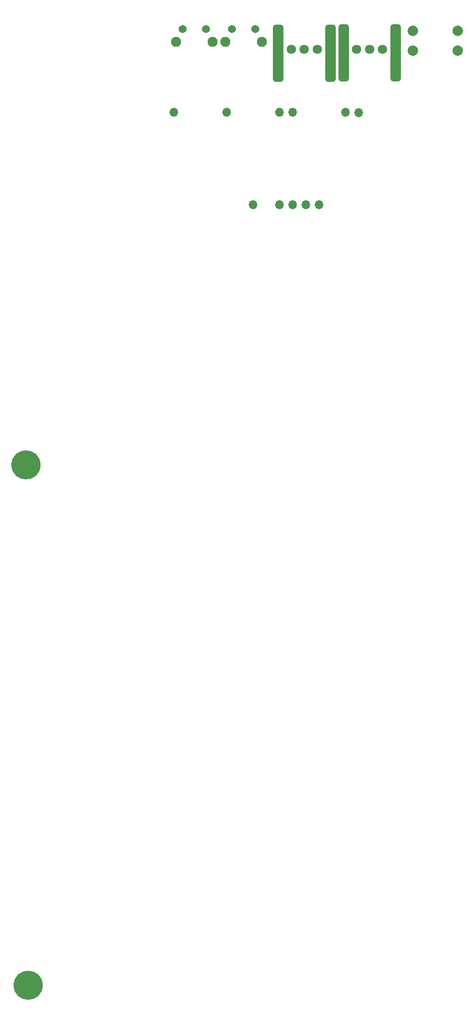
<source format=gbs>
%TF.GenerationSoftware,KiCad,Pcbnew,(6.0.6)*%
%TF.CreationDate,2022-07-13T04:46:15-05:00*%
%TF.ProjectId,CircleBoard,43697263-6c65-4426-9f61-72642e6b6963,rev?*%
%TF.SameCoordinates,Original*%
%TF.FileFunction,Soldermask,Bot*%
%TF.FilePolarity,Negative*%
%FSLAX46Y46*%
G04 Gerber Fmt 4.6, Leading zero omitted, Abs format (unit mm)*
G04 Created by KiCad (PCBNEW (6.0.6)) date 2022-07-13 04:46:15*
%MOMM*%
%LPD*%
G01*
G04 APERTURE LIST*
G04 Aperture macros list*
%AMRoundRect*
0 Rectangle with rounded corners*
0 $1 Rounding radius*
0 $2 $3 $4 $5 $6 $7 $8 $9 X,Y pos of 4 corners*
0 Add a 4 corners polygon primitive as box body*
4,1,4,$2,$3,$4,$5,$6,$7,$8,$9,$2,$3,0*
0 Add four circle primitives for the rounded corners*
1,1,$1+$1,$2,$3*
1,1,$1+$1,$4,$5*
1,1,$1+$1,$6,$7*
1,1,$1+$1,$8,$9*
0 Add four rect primitives between the rounded corners*
20,1,$1+$1,$2,$3,$4,$5,0*
20,1,$1+$1,$4,$5,$6,$7,0*
20,1,$1+$1,$6,$7,$8,$9,0*
20,1,$1+$1,$8,$9,$2,$3,0*%
G04 Aperture macros list end*
%ADD10C,1.800000*%
%ADD11RoundRect,0.500000X0.500000X5.000000X-0.500000X5.000000X-0.500000X-5.000000X0.500000X-5.000000X0*%
%ADD12C,1.540000*%
%ADD13C,1.950000*%
%ADD14C,5.600000*%
%ADD15C,2.010000*%
%ADD16O,1.700000X1.700000*%
G04 APERTURE END LIST*
D10*
X141110000Y4960000D03*
X138610000Y4960000D03*
X136110000Y4960000D03*
D11*
X143610000Y4260000D03*
X133610000Y4260000D03*
D10*
X128570000Y4940000D03*
X126070000Y4940000D03*
X123570000Y4940000D03*
D11*
X131070000Y4240000D03*
X121070000Y4240000D03*
D12*
X107150000Y8870000D03*
X102650000Y8870000D03*
D13*
X108405000Y6380000D03*
X101395000Y6380000D03*
D12*
X116630000Y8850000D03*
X112130000Y8850000D03*
D13*
X117885000Y6360000D03*
X110875000Y6360000D03*
D14*
X72920000Y-175000000D03*
D15*
X155580000Y4742500D03*
X155580000Y8542500D03*
X146940000Y8542500D03*
X146940000Y4742500D03*
D16*
X116230000Y-24950000D03*
X121310000Y-24950000D03*
X123850000Y-24950000D03*
X126390000Y-24950000D03*
X128930000Y-24950000D03*
X136550000Y-7210000D03*
X134010000Y-7170000D03*
X123850000Y-7170000D03*
X121310000Y-7170000D03*
X111150000Y-7170000D03*
X100990000Y-7170000D03*
D14*
X72500000Y-75000000D03*
M02*

</source>
